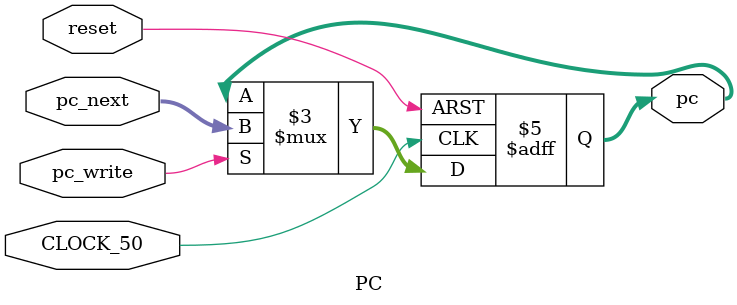
<source format=v>
module PC (
  input wire CLOCK_50,        // Sinal de clock
  input wire reset,      // Sinal de reset
  input wire pc_write,   // 
  input wire [31:0] pc_next,
  output reg [31:0] pc   // Saída do registrador PC
);

  initial begin
    pc <= 32'd0;
  end

  always @(posedge CLOCK_50 or posedge reset) begin
    if (reset)      // Reset assíncrono
      pc <= 32'd0;
    else if (pc_write) // Habilitação do incremento
      pc <= pc_next;
  end

endmodule
</source>
